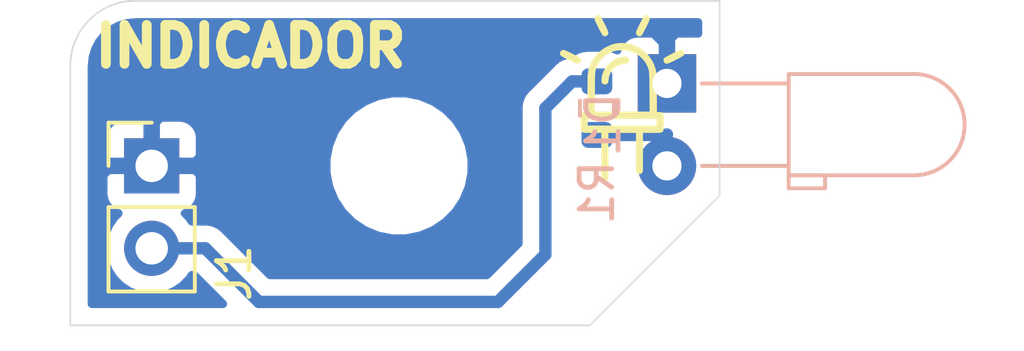
<source format=kicad_pcb>
(kicad_pcb (version 20171130) (host pcbnew 5.1.9-73d0e3b20d~88~ubuntu18.04.1)

  (general
    (thickness 1.6)
    (drawings 11)
    (tracks 13)
    (zones 0)
    (modules 5)
    (nets 4)
  )

  (page A4)
  (layers
    (0 F.Cu signal)
    (31 B.Cu signal)
    (32 B.Adhes user)
    (33 F.Adhes user)
    (34 B.Paste user)
    (35 F.Paste user)
    (36 B.SilkS user)
    (37 F.SilkS user)
    (38 B.Mask user)
    (39 F.Mask user)
    (40 Dwgs.User user)
    (41 Cmts.User user)
    (42 Eco1.User user)
    (43 Eco2.User user)
    (44 Edge.Cuts user)
    (45 Margin user)
    (46 B.CrtYd user)
    (47 F.CrtYd user)
    (48 B.Fab user)
    (49 F.Fab user)
  )

  (setup
    (last_trace_width 0.381)
    (user_trace_width 0.1524)
    (user_trace_width 0.254)
    (user_trace_width 0.381)
    (user_trace_width 0.508)
    (trace_clearance 0.2)
    (zone_clearance 0.508)
    (zone_45_only no)
    (trace_min 0.1524)
    (via_size 0.8)
    (via_drill 0.4)
    (via_min_size 0.4)
    (via_min_drill 0.3)
    (user_via 0.5 0.4)
    (uvia_size 0.3)
    (uvia_drill 0.1)
    (uvias_allowed no)
    (uvia_min_size 0.2)
    (uvia_min_drill 0.1)
    (edge_width 0.05)
    (segment_width 0.2)
    (pcb_text_width 0.3)
    (pcb_text_size 1.5 1.5)
    (mod_edge_width 0.12)
    (mod_text_size 1 1)
    (mod_text_width 0.15)
    (pad_size 1.524 1.524)
    (pad_drill 0.762)
    (pad_to_mask_clearance 0)
    (aux_axis_origin 0 0)
    (visible_elements FFFFFF7F)
    (pcbplotparams
      (layerselection 0x010fc_ffffffff)
      (usegerberextensions false)
      (usegerberattributes true)
      (usegerberadvancedattributes true)
      (creategerberjobfile true)
      (excludeedgelayer true)
      (linewidth 0.100000)
      (plotframeref false)
      (viasonmask false)
      (mode 1)
      (useauxorigin false)
      (hpglpennumber 1)
      (hpglpenspeed 20)
      (hpglpendiameter 15.000000)
      (psnegative false)
      (psa4output false)
      (plotreference true)
      (plotvalue false)
      (plotinvisibletext false)
      (padsonsilk false)
      (subtractmaskfromsilk false)
      (outputformat 1)
      (mirror false)
      (drillshape 0)
      (scaleselection 1)
      (outputdirectory "gerber/"))
  )

  (net 0 "")
  (net 1 "Net-(D1-Pad1)")
  (net 2 "Net-(D1-Pad2)")
  (net 3 "Net-(J1-Pad2)")

  (net_class Default "This is the default net class."
    (clearance 0.2)
    (trace_width 0.25)
    (via_dia 0.8)
    (via_drill 0.4)
    (uvia_dia 0.3)
    (uvia_drill 0.1)
    (add_net "Net-(D1-Pad1)")
    (add_net "Net-(D1-Pad2)")
    (add_net "Net-(J1-Pad2)")
  )

  (module graphics:logo (layer F.Cu) (tedit 0) (tstamp 604DB702)
    (at 118 43)
    (fp_text reference G*** (at 0 0) (layer F.SilkS) hide
      (effects (font (size 1.524 1.524) (thickness 0.3)))
    )
    (fp_text value LOGO (at 0.75 0) (layer F.SilkS) hide
      (effects (font (size 1.524 1.524) (thickness 0.3)))
    )
    (fp_poly (pts (xy 0.149882 -1.68773) (xy 0.271017 -1.662535) (xy 0.329332 -1.643038) (xy 0.397387 -1.614604)
      (xy 0.469022 -1.580292) (xy 0.538072 -1.54316) (xy 0.598376 -1.50627) (xy 0.628243 -1.485185)
      (xy 0.738425 -1.389318) (xy 0.83436 -1.28074) (xy 0.914987 -1.161287) (xy 0.979241 -1.032795)
      (xy 1.026061 -0.8971) (xy 1.054382 -0.756037) (xy 1.055485 -0.74732) (xy 1.057619 -0.719569)
      (xy 1.059575 -0.673797) (xy 1.06132 -0.611905) (xy 1.062824 -0.535794) (xy 1.064055 -0.447364)
      (xy 1.064983 -0.348516) (xy 1.065576 -0.241149) (xy 1.065803 -0.127166) (xy 1.065804 -0.1173)
      (xy 1.065804 0.428314) (xy 1.131044 0.428314) (xy 1.188322 0.432756) (xy 1.229427 0.44657)
      (xy 1.256136 0.47049) (xy 1.263081 0.48282) (xy 1.26756 0.502149) (xy 1.270955 0.538535)
      (xy 1.273299 0.592716) (xy 1.274627 0.665427) (xy 1.274981 0.743042) (xy 1.27477 0.820634)
      (xy 1.274036 0.880866) (xy 1.272628 0.926294) (xy 1.270395 0.959477) (xy 1.267186 0.982971)
      (xy 1.262851 0.999335) (xy 1.259378 1.007319) (xy 1.249767 1.0235) (xy 1.238014 1.036404)
      (xy 1.221907 1.046398) (xy 1.199231 1.053848) (xy 1.167774 1.059123) (xy 1.125321 1.062589)
      (xy 1.06966 1.064613) (xy 0.998577 1.065562) (xy 0.909858 1.065804) (xy 0.63749 1.065804)
      (xy 0.637453 1.660961) (xy 0.637422 1.784928) (xy 0.637314 1.89054) (xy 0.63708 1.979365)
      (xy 0.636674 2.052969) (xy 0.636046 2.11292) (xy 0.63515 2.160785) (xy 0.633936 2.19813)
      (xy 0.632358 2.226523) (xy 0.630368 2.247531) (xy 0.627916 2.262721) (xy 0.624957 2.27366)
      (xy 0.621441 2.281914) (xy 0.618303 2.287464) (xy 0.589033 2.318751) (xy 0.552047 2.334308)
      (xy 0.512057 2.333977) (xy 0.473776 2.317595) (xy 0.447898 2.293269) (xy 0.443844 2.287541)
      (xy 0.440391 2.28044) (xy 0.437492 2.270426) (xy 0.435097 2.255955) (xy 0.43316 2.235485)
      (xy 0.43163 2.207473) (xy 0.430462 2.170378) (xy 0.429605 2.122657) (xy 0.429012 2.062768)
      (xy 0.428635 1.989168) (xy 0.428425 1.900315) (xy 0.428334 1.794666) (xy 0.428314 1.67068)
      (xy 0.428314 1.065804) (xy -0.428313 1.065804) (xy -0.428313 1.767571) (xy -0.428406 1.913401)
      (xy -0.428694 2.040313) (xy -0.429193 2.149312) (xy -0.429922 2.241399) (xy -0.430895 2.317578)
      (xy -0.432129 2.378852) (xy -0.43364 2.426224) (xy -0.435446 2.460698) (xy -0.437562 2.483277)
      (xy -0.440005 2.494963) (xy -0.440213 2.495455) (xy -0.463474 2.524331) (xy -0.499495 2.543626)
      (xy -0.538383 2.549961) (xy -0.567996 2.543261) (xy -0.59831 2.521257) (xy -0.603623 2.516094)
      (xy -0.63749 2.482228) (xy -0.63749 1.065804) (xy -0.906751 1.065804) (xy -0.996062 1.065579)
      (xy -1.067667 1.064657) (xy -1.12378 1.062673) (xy -1.166615 1.059258) (xy -1.198385 1.054046)
      (xy -1.221304 1.046669) (xy -1.237584 1.036761) (xy -1.24944 1.023955) (xy -1.259085 1.007882)
      (xy -1.259377 1.007319) (xy -1.26484 0.986427) (xy -1.269265 0.949281) (xy -1.272642 0.899492)
      (xy -1.274963 0.840675) (xy -1.276218 0.776441) (xy -1.276397 0.710403) (xy -1.27549 0.646175)
      (xy -1.275195 0.63749) (xy -1.065804 0.63749) (xy -1.065804 0.846667) (xy 1.065804 0.846667)
      (xy 1.065804 0.63749) (xy -1.065804 0.63749) (xy -1.275195 0.63749) (xy -1.273487 0.587369)
      (xy -1.27038 0.537598) (xy -1.266158 0.500475) (xy -1.260812 0.479612) (xy -1.260786 0.479562)
      (xy -1.240453 0.453643) (xy -1.209556 0.437379) (xy -1.164905 0.429518) (xy -1.13008 0.428314)
      (xy -1.065804 0.428314) (xy -1.065804 0.418353) (xy -0.847392 0.418353) (xy 0.847527 0.418353)
      (xy 0.844277 -0.191745) (xy 0.843598 -0.320222) (xy 0.842942 -0.430513) (xy 0.842172 -0.524351)
      (xy 0.841153 -0.60347) (xy 0.839749 -0.669604) (xy 0.837824 -0.724487) (xy 0.835242 -0.769853)
      (xy 0.831866 -0.807437) (xy 0.827562 -0.838972) (xy 0.822192 -0.866193) (xy 0.815622 -0.890832)
      (xy 0.807714 -0.914625) (xy 0.798334 -0.939306) (xy 0.787345 -0.966608) (xy 0.782601 -0.978321)
      (xy 0.749628 -1.050046) (xy 0.710507 -1.11452) (xy 0.661349 -1.177397) (xy 0.602561 -1.240051)
      (xy 0.527307 -1.309048) (xy 0.452348 -1.363668) (xy 0.372143 -1.407104) (xy 0.281147 -1.442549)
      (xy 0.217932 -1.461622) (xy 0.171155 -1.470609) (xy 0.11021 -1.476659) (xy 0.040632 -1.479772)
      (xy -0.032043 -1.479946) (xy -0.102279 -1.477183) (xy -0.164541 -1.471483) (xy -0.213293 -1.462844)
      (xy -0.217932 -1.461622) (xy -0.318238 -1.429485) (xy -0.40437 -1.391306) (xy -0.481872 -1.343892)
      (xy -0.556287 -1.28405) (xy -0.602561 -1.240051) (xy -0.664689 -1.173523) (xy -0.713127 -1.11071)
      (xy -0.751764 -1.045958) (xy -0.782601 -0.978321) (xy -0.794287 -0.949455) (xy -0.804307 -0.923918)
      (xy -0.812795 -0.899976) (xy -0.819888 -0.875894) (xy -0.825722 -0.849938) (xy -0.830432 -0.820371)
      (xy -0.834156 -0.78546) (xy -0.837029 -0.74347) (xy -0.839187 -0.692666) (xy -0.840765 -0.631313)
      (xy -0.841901 -0.557676) (xy -0.84273 -0.470021) (xy -0.843389 -0.366612) (xy -0.844012 -0.245716)
      (xy -0.844284 -0.191745) (xy -0.847392 0.418353) (xy -1.065804 0.418353) (xy -1.065804 -0.1173)
      (xy -1.065683 -0.249715) (xy -1.065259 -0.364028) (xy -1.064436 -0.462057) (xy -1.063122 -0.545619)
      (xy -1.061222 -0.616533) (xy -1.058642 -0.676617) (xy -1.055289 -0.727688) (xy -1.051067 -0.771566)
      (xy -1.045884 -0.810068) (xy -1.039644 -0.845012) (xy -1.032255 -0.878216) (xy -1.024999 -0.906431)
      (xy -1.002894 -0.973791) (xy -0.971714 -1.049272) (xy -0.934897 -1.125493) (xy -0.895882 -1.195073)
      (xy -0.876551 -1.225172) (xy -0.831723 -1.284427) (xy -0.775775 -1.348175) (xy -0.714489 -1.410366)
      (xy -0.653645 -1.464944) (xy -0.628243 -1.485185) (xy -0.576304 -1.520426) (xy -0.511857 -1.557774)
      (xy -0.441067 -1.59417) (xy -0.370094 -1.626555) (xy -0.305103 -1.651869) (xy -0.271017 -1.662535)
      (xy -0.132383 -1.690126) (xy 0.008836 -1.698524) (xy 0.149882 -1.68773)) (layer F.SilkS) (width 0.01))
    (fp_poly (pts (xy -1.784184 -1.479568) (xy -1.750688 -1.466821) (xy -1.705866 -1.447443) (xy -1.652761 -1.422962)
      (xy -1.594414 -1.394906) (xy -1.533865 -1.364802) (xy -1.474157 -1.334179) (xy -1.418331 -1.304564)
      (xy -1.369429 -1.277485) (xy -1.330491 -1.254469) (xy -1.30456 -1.237046) (xy -1.29604 -1.229341)
      (xy -1.278516 -1.192775) (xy -1.27686 -1.152755) (xy -1.289879 -1.115184) (xy -1.316379 -1.085969)
      (xy -1.326229 -1.079998) (xy -1.34487 -1.071867) (xy -1.364072 -1.06776) (xy -1.386173 -1.068414)
      (xy -1.41351 -1.074563) (xy -1.448419 -1.086944) (xy -1.493239 -1.106294) (xy -1.550305 -1.133349)
      (xy -1.621956 -1.168844) (xy -1.644883 -1.180361) (xy -1.722515 -1.220119) (xy -1.787188 -1.254664)
      (xy -1.837626 -1.283271) (xy -1.872555 -1.305213) (xy -1.890698 -1.319765) (xy -1.891412 -1.320621)
      (xy -1.910031 -1.357998) (xy -1.911569 -1.396597) (xy -1.898176 -1.43243) (xy -1.872 -1.461508)
      (xy -1.835189 -1.479845) (xy -1.803313 -1.484157) (xy -1.784184 -1.479568)) (layer F.SilkS) (width 0.01))
    (fp_poly (pts (xy 1.846451 -1.476021) (xy 1.8805 -1.454272) (xy 1.903311 -1.422899) (xy 1.912737 -1.385889)
      (xy 1.906628 -1.347229) (xy 1.891411 -1.320619) (xy 1.87459 -1.306627) (xy 1.840699 -1.285184)
      (xy 1.79087 -1.256931) (xy 1.726236 -1.222509) (xy 1.647932 -1.182558) (xy 1.642474 -1.179825)
      (xy 1.563948 -1.140949) (xy 1.50079 -1.110888) (xy 1.45084 -1.089) (xy 1.411932 -1.074639)
      (xy 1.381904 -1.067164) (xy 1.358593 -1.06593) (xy 1.339835 -1.070294) (xy 1.323468 -1.079613)
      (xy 1.31848 -1.083456) (xy 1.289139 -1.117939) (xy 1.275993 -1.157945) (xy 1.279777 -1.1987)
      (xy 1.296041 -1.229341) (xy 1.311704 -1.24223) (xy 1.342385 -1.26172) (xy 1.385041 -1.286284)
      (xy 1.436631 -1.314394) (xy 1.494113 -1.344522) (xy 1.554447 -1.37514) (xy 1.61459 -1.404721)
      (xy 1.671501 -1.431737) (xy 1.722139 -1.454659) (xy 1.763463 -1.471961) (xy 1.79243 -1.482114)
      (xy 1.803314 -1.484157) (xy 1.846451 -1.476021)) (layer F.SilkS) (width 0.01))
    (fp_poly (pts (xy -0.709739 -2.544118) (xy -0.683129 -2.528901) (xy -0.670409 -2.51339) (xy -0.651058 -2.482874)
      (xy -0.626602 -2.440387) (xy -0.598569 -2.388965) (xy -0.568486 -2.331641) (xy -0.537881 -2.271452)
      (xy -0.508281 -2.211432) (xy -0.481213 -2.154615) (xy -0.458205 -2.104038) (xy -0.440784 -2.062734)
      (xy -0.430478 -2.033739) (xy -0.428313 -2.022591) (xy -0.436389 -1.979105) (xy -0.457996 -1.944773)
      (xy -0.489209 -1.921733) (xy -0.526101 -1.912123) (xy -0.564745 -1.918083) (xy -0.591851 -1.93353)
      (xy -0.60474 -1.949194) (xy -0.62423 -1.979874) (xy -0.648794 -2.02253) (xy -0.676904 -2.07412)
      (xy -0.707032 -2.131603) (xy -0.73765 -2.191936) (xy -0.767231 -2.252079) (xy -0.794247 -2.308991)
      (xy -0.817169 -2.359629) (xy -0.834471 -2.400952) (xy -0.844624 -2.42992) (xy -0.846666 -2.440804)
      (xy -0.838531 -2.483941) (xy -0.816782 -2.517989) (xy -0.785409 -2.540801) (xy -0.748399 -2.550225)
      (xy -0.709739 -2.544118)) (layer F.SilkS) (width 0.01))
    (fp_poly (pts (xy 0.79494 -2.535667) (xy 0.824019 -2.50949) (xy 0.842355 -2.472679) (xy 0.846667 -2.440804)
      (xy 0.842078 -2.421674) (xy 0.829331 -2.388178) (xy 0.809953 -2.343357) (xy 0.785472 -2.290251)
      (xy 0.757416 -2.231904) (xy 0.727313 -2.171355) (xy 0.696689 -2.111648) (xy 0.667074 -2.055822)
      (xy 0.639995 -2.006919) (xy 0.61698 -1.967982) (xy 0.599556 -1.94205) (xy 0.591852 -1.93353)
      (xy 0.554873 -1.916214) (xy 0.512847 -1.914868) (xy 0.479214 -1.926371) (xy 0.448783 -1.954056)
      (xy 0.431574 -1.99385) (xy 0.428667 -2.019632) (xy 0.433137 -2.039218) (xy 0.445779 -2.073154)
      (xy 0.465067 -2.11839) (xy 0.489477 -2.171873) (xy 0.517484 -2.230552) (xy 0.547563 -2.291375)
      (xy 0.57819 -2.351289) (xy 0.607839 -2.407244) (xy 0.634986 -2.456188) (xy 0.658105 -2.495068)
      (xy 0.675672 -2.520833) (xy 0.683129 -2.528901) (xy 0.720507 -2.54752) (xy 0.759107 -2.549059)
      (xy 0.79494 -2.535667)) (layer F.SilkS) (width 0.01))
    (fp_poly (pts (xy 0.114172 -1.272945) (xy 0.149374 -1.265035) (xy 0.181218 -1.242048) (xy 0.201558 -1.207714)
      (xy 0.209111 -1.167785) (xy 0.202592 -1.128015) (xy 0.186214 -1.099983) (xy 0.173191 -1.087226)
      (xy 0.157008 -1.078111) (xy 0.133104 -1.071158) (xy 0.096919 -1.064889) (xy 0.064194 -1.06042)
      (xy 0.013849 -1.052395) (xy -0.036425 -1.041893) (xy -0.07849 -1.030701) (xy -0.091993 -1.026134)
      (xy -0.183 -0.982154) (xy -0.26037 -0.92387) (xy -0.323655 -0.851913) (xy -0.372407 -0.766911)
      (xy -0.406177 -0.669491) (xy -0.424518 -0.560284) (xy -0.424558 -0.559842) (xy -0.429291 -0.518353)
      (xy -0.435667 -0.490806) (xy -0.445665 -0.47122) (xy -0.459017 -0.455842) (xy -0.493751 -0.434288)
      (xy -0.535749 -0.42834) (xy -0.579217 -0.438561) (xy -0.588801 -0.443251) (xy -0.614449 -0.464624)
      (xy -0.629863 -0.496759) (xy -0.635822 -0.542266) (xy -0.633938 -0.59456) (xy -0.614905 -0.704147)
      (xy -0.57744 -0.810792) (xy -0.523021 -0.912238) (xy -0.453125 -1.006226) (xy -0.369229 -1.090498)
      (xy -0.272813 -1.162795) (xy -0.254792 -1.17403) (xy -0.197184 -1.204145) (xy -0.132502 -1.230051)
      (xy -0.064886 -1.250816) (xy 0.001525 -1.265508) (xy 0.062591 -1.273195) (xy 0.114172 -1.272945)) (layer F.SilkS) (width 0.01))
  )

  (module MountingHole:MountingHole_3.2mm_M3 (layer F.Cu) (tedit 56D1B4CB) (tstamp 604DB46E)
    (at 111.125 45.085)
    (descr "Mounting Hole 3.2mm, no annular, M3")
    (tags "mounting hole 3.2mm no annular m3")
    (attr virtual)
    (fp_text reference REF** (at 0 -4.2) (layer F.SilkS) hide
      (effects (font (size 1 1) (thickness 0.15)))
    )
    (fp_text value MountingHole_3.2mm_M3 (at 0 4.2) (layer F.Fab)
      (effects (font (size 1 1) (thickness 0.15)))
    )
    (fp_text user %R (at 0.3 0) (layer F.Fab)
      (effects (font (size 1 1) (thickness 0.15)))
    )
    (fp_circle (center 0 0) (end 3.2 0) (layer Cmts.User) (width 0.15))
    (fp_circle (center 0 0) (end 3.45 0) (layer F.CrtYd) (width 0.05))
    (pad 1 np_thru_hole circle (at 0 0) (size 3.2 3.2) (drill 3.2) (layers *.Cu *.Mask))
  )

  (module Connector_PinHeader_2.54mm:PinHeader_1x02_P2.54mm_Vertical (layer F.Cu) (tedit 59FED5CC) (tstamp 604DB205)
    (at 103.505 45.085)
    (descr "Through hole straight pin header, 1x02, 2.54mm pitch, single row")
    (tags "Through hole pin header THT 1x02 2.54mm single row")
    (path /604E7643)
    (fp_text reference J1 (at 2.54 3.302 90) (layer F.SilkS)
      (effects (font (size 1 1) (thickness 0.15)))
    )
    (fp_text value Conn_01x02 (at 0 4.87) (layer F.Fab)
      (effects (font (size 1 1) (thickness 0.15)))
    )
    (fp_line (start 1.8 -1.8) (end -1.8 -1.8) (layer F.CrtYd) (width 0.05))
    (fp_line (start 1.8 4.35) (end 1.8 -1.8) (layer F.CrtYd) (width 0.05))
    (fp_line (start -1.8 4.35) (end 1.8 4.35) (layer F.CrtYd) (width 0.05))
    (fp_line (start -1.8 -1.8) (end -1.8 4.35) (layer F.CrtYd) (width 0.05))
    (fp_line (start -1.33 -1.33) (end 0 -1.33) (layer F.SilkS) (width 0.12))
    (fp_line (start -1.33 0) (end -1.33 -1.33) (layer F.SilkS) (width 0.12))
    (fp_line (start -1.33 1.27) (end 1.33 1.27) (layer F.SilkS) (width 0.12))
    (fp_line (start 1.33 1.27) (end 1.33 3.87) (layer F.SilkS) (width 0.12))
    (fp_line (start -1.33 1.27) (end -1.33 3.87) (layer F.SilkS) (width 0.12))
    (fp_line (start -1.33 3.87) (end 1.33 3.87) (layer F.SilkS) (width 0.12))
    (fp_line (start -1.27 -0.635) (end -0.635 -1.27) (layer F.Fab) (width 0.1))
    (fp_line (start -1.27 3.81) (end -1.27 -0.635) (layer F.Fab) (width 0.1))
    (fp_line (start 1.27 3.81) (end -1.27 3.81) (layer F.Fab) (width 0.1))
    (fp_line (start 1.27 -1.27) (end 1.27 3.81) (layer F.Fab) (width 0.1))
    (fp_line (start -0.635 -1.27) (end 1.27 -1.27) (layer F.Fab) (width 0.1))
    (fp_text user %R (at 0 1.27 90) (layer F.Fab)
      (effects (font (size 1 1) (thickness 0.15)))
    )
    (pad 1 thru_hole rect (at 0 0) (size 1.7 1.7) (drill 1) (layers *.Cu *.Mask)
      (net 1 "Net-(D1-Pad1)"))
    (pad 2 thru_hole oval (at 0 2.54) (size 1.7 1.7) (drill 1) (layers *.Cu *.Mask)
      (net 3 "Net-(J1-Pad2)"))
    (model ${KISYS3DMOD}/Connector_PinHeader_2.54mm.3dshapes/PinHeader_1x02_P2.54mm_Vertical.wrl
      (at (xyz 0 0 0))
      (scale (xyz 1 1 1))
      (rotate (xyz 0 0 0))
    )
  )

  (module Resistor_SMD:R_0603_1608Metric (layer B.Cu) (tedit 5F68FEEE) (tstamp 604DB216)
    (at 117.221 43.307 90)
    (descr "Resistor SMD 0603 (1608 Metric), square (rectangular) end terminal, IPC_7351 nominal, (Body size source: IPC-SM-782 page 72, https://www.pcb-3d.com/wordpress/wp-content/uploads/ipc-sm-782a_amendment_1_and_2.pdf), generated with kicad-footprint-generator")
    (tags resistor)
    (path /604E6E78)
    (attr smd)
    (fp_text reference R1 (at -2.6035 0 270) (layer B.SilkS)
      (effects (font (size 1 1) (thickness 0.15)) (justify mirror))
    )
    (fp_text value R_US (at 0 -1.43 270) (layer B.Fab)
      (effects (font (size 1 1) (thickness 0.15)) (justify mirror))
    )
    (fp_line (start 1.48 -0.73) (end -1.48 -0.73) (layer B.CrtYd) (width 0.05))
    (fp_line (start 1.48 0.73) (end 1.48 -0.73) (layer B.CrtYd) (width 0.05))
    (fp_line (start -1.48 0.73) (end 1.48 0.73) (layer B.CrtYd) (width 0.05))
    (fp_line (start -1.48 -0.73) (end -1.48 0.73) (layer B.CrtYd) (width 0.05))
    (fp_line (start -0.237258 -0.5225) (end 0.237258 -0.5225) (layer B.SilkS) (width 0.12))
    (fp_line (start -0.237258 0.5225) (end 0.237258 0.5225) (layer B.SilkS) (width 0.12))
    (fp_line (start 0.8 -0.4125) (end -0.8 -0.4125) (layer B.Fab) (width 0.1))
    (fp_line (start 0.8 0.4125) (end 0.8 -0.4125) (layer B.Fab) (width 0.1))
    (fp_line (start -0.8 0.4125) (end 0.8 0.4125) (layer B.Fab) (width 0.1))
    (fp_line (start -0.8 -0.4125) (end -0.8 0.4125) (layer B.Fab) (width 0.1))
    (fp_text user %R (at 0 0 270) (layer B.Fab)
      (effects (font (size 0.4 0.4) (thickness 0.06)) (justify mirror))
    )
    (pad 1 smd roundrect (at -0.825 0 90) (size 0.8 0.95) (layers B.Cu B.Paste B.Mask) (roundrect_rratio 0.25)
      (net 2 "Net-(D1-Pad2)"))
    (pad 2 smd roundrect (at 0.825 0 90) (size 0.8 0.95) (layers B.Cu B.Paste B.Mask) (roundrect_rratio 0.25)
      (net 3 "Net-(J1-Pad2)"))
    (model ${KISYS3DMOD}/Resistor_SMD.3dshapes/R_0603_1608Metric.wrl
      (at (xyz 0 0 0))
      (scale (xyz 1 1 1))
      (rotate (xyz 0 0 0))
    )
  )

  (module LED_THT:LED_D3.0mm_Horizontal_O3.81mm_Z2.0mm (layer B.Cu) (tedit 5880A862) (tstamp 604DB82F)
    (at 119.38 42.545 270)
    (descr "LED, diameter 3.0mm z-position of LED center 2.0mm, 2 pins, diameter 3.0mm z-position of LED center 2.0mm, 2 pins")
    (tags "LED diameter 3.0mm z-position of LED center 2.0mm 2 pins diameter 3.0mm z-position of LED center 2.0mm 2 pins")
    (path /604E5B88)
    (fp_text reference D1 (at 1.27 1.96 90) (layer B.SilkS)
      (effects (font (size 1 1) (thickness 0.15)) (justify mirror))
    )
    (fp_text value LED (at 1.27 -10.17 90) (layer B.Fab)
      (effects (font (size 1 1) (thickness 0.15)) (justify mirror))
    )
    (fp_line (start 3.75 1.25) (end -1.25 1.25) (layer B.CrtYd) (width 0.05))
    (fp_line (start 3.75 -9.45) (end 3.75 1.25) (layer B.CrtYd) (width 0.05))
    (fp_line (start -1.25 -9.45) (end 3.75 -9.45) (layer B.CrtYd) (width 0.05))
    (fp_line (start -1.25 1.25) (end -1.25 -9.45) (layer B.CrtYd) (width 0.05))
    (fp_line (start 2.54 -1.08) (end 2.54 -1.08) (layer B.SilkS) (width 0.12))
    (fp_line (start 2.54 -3.75) (end 2.54 -1.08) (layer B.SilkS) (width 0.12))
    (fp_line (start 2.54 -3.75) (end 2.54 -3.75) (layer B.SilkS) (width 0.12))
    (fp_line (start 2.54 -1.08) (end 2.54 -3.75) (layer B.SilkS) (width 0.12))
    (fp_line (start 0 -1.08) (end 0 -1.08) (layer B.SilkS) (width 0.12))
    (fp_line (start 0 -3.75) (end 0 -1.08) (layer B.SilkS) (width 0.12))
    (fp_line (start 0 -3.75) (end 0 -3.75) (layer B.SilkS) (width 0.12))
    (fp_line (start 0 -1.08) (end 0 -3.75) (layer B.SilkS) (width 0.12))
    (fp_line (start 2.83 -3.75) (end 3.23 -3.75) (layer B.SilkS) (width 0.12))
    (fp_line (start 2.83 -4.87) (end 2.83 -3.75) (layer B.SilkS) (width 0.12))
    (fp_line (start 3.23 -4.87) (end 2.83 -4.87) (layer B.SilkS) (width 0.12))
    (fp_line (start 3.23 -3.75) (end 3.23 -4.87) (layer B.SilkS) (width 0.12))
    (fp_line (start -0.29 -3.75) (end 2.83 -3.75) (layer B.SilkS) (width 0.12))
    (fp_line (start 2.83 -3.75) (end 2.83 -7.61) (layer B.SilkS) (width 0.12))
    (fp_line (start -0.29 -3.75) (end -0.29 -7.61) (layer B.SilkS) (width 0.12))
    (fp_line (start 2.54 0) (end 2.54 0) (layer B.Fab) (width 0.1))
    (fp_line (start 2.54 -3.81) (end 2.54 0) (layer B.Fab) (width 0.1))
    (fp_line (start 2.54 -3.81) (end 2.54 -3.81) (layer B.Fab) (width 0.1))
    (fp_line (start 2.54 0) (end 2.54 -3.81) (layer B.Fab) (width 0.1))
    (fp_line (start 0 0) (end 0 0) (layer B.Fab) (width 0.1))
    (fp_line (start 0 -3.81) (end 0 0) (layer B.Fab) (width 0.1))
    (fp_line (start 0 -3.81) (end 0 -3.81) (layer B.Fab) (width 0.1))
    (fp_line (start 0 0) (end 0 -3.81) (layer B.Fab) (width 0.1))
    (fp_line (start 2.77 -3.81) (end 3.17 -3.81) (layer B.Fab) (width 0.1))
    (fp_line (start 2.77 -4.81) (end 2.77 -3.81) (layer B.Fab) (width 0.1))
    (fp_line (start 3.17 -4.81) (end 2.77 -4.81) (layer B.Fab) (width 0.1))
    (fp_line (start 3.17 -3.81) (end 3.17 -4.81) (layer B.Fab) (width 0.1))
    (fp_line (start -0.23 -3.81) (end 2.77 -3.81) (layer B.Fab) (width 0.1))
    (fp_line (start 2.77 -3.81) (end 2.77 -7.61) (layer B.Fab) (width 0.1))
    (fp_line (start -0.23 -3.81) (end -0.23 -7.61) (layer B.Fab) (width 0.1))
    (fp_arc (start 1.27 -7.61) (end -0.23 -7.61) (angle 180) (layer B.Fab) (width 0.1))
    (fp_arc (start 1.27 -7.61) (end -0.29 -7.61) (angle 180) (layer B.SilkS) (width 0.12))
    (pad 1 thru_hole rect (at 0 0 270) (size 1.8 1.8) (drill 0.9) (layers *.Cu *.Mask)
      (net 1 "Net-(D1-Pad1)"))
    (pad 2 thru_hole circle (at 2.54 0 270) (size 1.8 1.8) (drill 0.9) (layers *.Cu *.Mask)
      (net 2 "Net-(D1-Pad2)"))
    (model ${KISYS3DMOD}/LED_THT.3dshapes/LED_D3.0mm_Horizontal_O3.81mm_Z2.0mm.wrl
      (at (xyz 0 0 0))
      (scale (xyz 1 1 1))
      (rotate (xyz 0 0 0))
    )
  )

  (gr_line (start 115 47) (end 115 42) (layer Dwgs.User) (width 0.15) (tstamp 604DB6CF))
  (gr_line (start 120 47) (end 115 47) (layer Dwgs.User) (width 0.15))
  (gr_line (start 120 42) (end 120 47) (layer Dwgs.User) (width 0.15))
  (gr_line (start 115 42) (end 120 42) (layer Dwgs.User) (width 0.15))
  (gr_text INDICADOR (at 106.553 41.402) (layer F.SilkS)
    (effects (font (size 1.2 1.2) (thickness 0.3)))
  )
  (gr_line (start 121 46) (end 117 50) (layer Edge.Cuts) (width 0.05))
  (gr_arc (start 103 42) (end 103 40) (angle -90) (layer Edge.Cuts) (width 0.05))
  (gr_line (start 101 50) (end 101 42) (layer Edge.Cuts) (width 0.05) (tstamp 604DB2A6))
  (gr_line (start 117 50) (end 101 50) (layer Edge.Cuts) (width 0.05))
  (gr_line (start 121 40) (end 121 46) (layer Edge.Cuts) (width 0.05))
  (gr_line (start 103 40) (end 121 40) (layer Edge.Cuts) (width 0.05))

  (segment (start 102.87 45.085) (end 102.87 44.6405) (width 0.381) (layer B.Cu) (net 1))
  (segment (start 106.7435 40.767) (end 118.8085 40.767) (width 0.381) (layer B.Cu) (net 1))
  (segment (start 119.38 41.3385) (end 119.38 42.2425) (width 0.381) (layer B.Cu) (net 1))
  (segment (start 118.8085 40.767) (end 119.38 41.3385) (width 0.381) (layer B.Cu) (net 1))
  (segment (start 119.3655 44.132) (end 119.38 44.1175) (width 0.381) (layer B.Cu) (net 2))
  (segment (start 117.221 44.132) (end 119.3655 44.132) (width 0.381) (layer B.Cu) (net 2))
  (segment (start 105.156 47.625) (end 102.87 47.625) (width 0.381) (layer B.Cu) (net 3))
  (segment (start 117.221 42.482) (end 116.4585 42.482) (width 0.381) (layer B.Cu) (net 3))
  (segment (start 115.6335 43.307) (end 115.6335 47.8155) (width 0.381) (layer B.Cu) (net 3))
  (segment (start 116.4585 42.482) (end 115.6335 43.307) (width 0.381) (layer B.Cu) (net 3))
  (segment (start 115.6335 47.8155) (end 114.173 49.276) (width 0.381) (layer B.Cu) (net 3))
  (segment (start 114.173 49.276) (end 106.807 49.276) (width 0.381) (layer B.Cu) (net 3))
  (segment (start 106.807 49.276) (end 105.156 47.625) (width 0.381) (layer B.Cu) (net 3))

  (zone (net 1) (net_name "Net-(D1-Pad1)") (layer B.Cu) (tstamp 604DB769) (hatch edge 0.508)
    (connect_pads (clearance 0.508))
    (min_thickness 0.254)
    (fill yes (arc_segments 32) (thermal_gap 0.508) (thermal_bridge_width 0.508))
    (polygon
      (pts
        (xy 120.65 45.974) (xy 116.84 49.784) (xy 101.092 49.784) (xy 101.346 41.148) (xy 102.108 40.386)
        (xy 102.87 40.132) (xy 120.904 40.132)
      )
    )
    (filled_polygon
      (pts
        (xy 120.34 41.012837) (xy 120.28 41.006928) (xy 119.66575 41.01) (xy 119.507 41.16875) (xy 119.507 42.418)
        (xy 119.527 42.418) (xy 119.527 42.672) (xy 119.507 42.672) (xy 119.507 42.692) (xy 119.253 42.692)
        (xy 119.253 42.672) (xy 119.233 42.672) (xy 119.233 42.418) (xy 119.253 42.418) (xy 119.253 41.16875)
        (xy 119.09425 41.01) (xy 118.48 41.006928) (xy 118.355518 41.019188) (xy 118.23582 41.055498) (xy 118.125506 41.114463)
        (xy 118.028815 41.193815) (xy 117.949463 41.290506) (xy 117.890498 41.40082) (xy 117.854188 41.520518) (xy 117.853511 41.52739)
        (xy 117.816716 41.507722) (xy 117.6595 41.460031) (xy 117.496 41.443928) (xy 116.946 41.443928) (xy 116.7825 41.460031)
        (xy 116.625284 41.507722) (xy 116.480392 41.585169) (xy 116.390138 41.659239) (xy 116.296674 41.668444) (xy 116.141066 41.715647)
        (xy 115.997657 41.792301) (xy 115.936096 41.842823) (xy 115.871959 41.895459) (xy 115.846106 41.926961) (xy 115.078466 42.694602)
        (xy 115.046959 42.720459) (xy 114.982147 42.799434) (xy 114.943801 42.846158) (xy 114.895838 42.93589) (xy 114.867147 42.989567)
        (xy 114.819944 43.145175) (xy 114.817332 43.171699) (xy 114.804006 43.307) (xy 114.808 43.347551) (xy 114.808001 47.473565)
        (xy 113.831068 48.4505) (xy 107.148934 48.4505) (xy 105.768398 47.069966) (xy 105.742541 47.038459) (xy 105.616842 46.935301)
        (xy 105.473434 46.858647) (xy 105.317826 46.811444) (xy 105.196553 46.7995) (xy 105.19655 46.7995) (xy 105.156 46.795506)
        (xy 105.11545 46.7995) (xy 104.739413 46.7995) (xy 104.658475 46.678368) (xy 104.52662 46.546513) (xy 104.59918 46.524502)
        (xy 104.709494 46.465537) (xy 104.806185 46.386185) (xy 104.885537 46.289494) (xy 104.944502 46.17918) (xy 104.980812 46.059482)
        (xy 104.993072 45.935) (xy 104.99 45.37075) (xy 104.83125 45.212) (xy 103.632 45.212) (xy 103.632 45.232)
        (xy 103.378 45.232) (xy 103.378 45.212) (xy 102.17875 45.212) (xy 102.02 45.37075) (xy 102.016928 45.935)
        (xy 102.029188 46.059482) (xy 102.065498 46.17918) (xy 102.124463 46.289494) (xy 102.203815 46.386185) (xy 102.300506 46.465537)
        (xy 102.41082 46.524502) (xy 102.48338 46.546513) (xy 102.351525 46.678368) (xy 102.18901 46.921589) (xy 102.077068 47.191842)
        (xy 102.02 47.47874) (xy 102.02 47.77126) (xy 102.077068 48.058158) (xy 102.18901 48.328411) (xy 102.351525 48.571632)
        (xy 102.558368 48.778475) (xy 102.801589 48.94099) (xy 103.071842 49.052932) (xy 103.35874 49.11) (xy 103.65126 49.11)
        (xy 103.938158 49.052932) (xy 104.208411 48.94099) (xy 104.451632 48.778475) (xy 104.658475 48.571632) (xy 104.739413 48.4505)
        (xy 104.814068 48.4505) (xy 105.703567 49.34) (xy 101.66 49.34) (xy 101.66 44.235) (xy 102.016928 44.235)
        (xy 102.02 44.79925) (xy 102.17875 44.958) (xy 103.378 44.958) (xy 103.378 43.75875) (xy 103.632 43.75875)
        (xy 103.632 44.958) (xy 104.83125 44.958) (xy 104.924378 44.864872) (xy 108.89 44.864872) (xy 108.89 45.305128)
        (xy 108.97589 45.736925) (xy 109.144369 46.143669) (xy 109.388962 46.509729) (xy 109.700271 46.821038) (xy 110.066331 47.065631)
        (xy 110.473075 47.23411) (xy 110.904872 47.32) (xy 111.345128 47.32) (xy 111.776925 47.23411) (xy 112.183669 47.065631)
        (xy 112.549729 46.821038) (xy 112.861038 46.509729) (xy 113.105631 46.143669) (xy 113.27411 45.736925) (xy 113.36 45.305128)
        (xy 113.36 44.864872) (xy 113.27411 44.433075) (xy 113.105631 44.026331) (xy 112.861038 43.660271) (xy 112.549729 43.348962)
        (xy 112.183669 43.104369) (xy 111.776925 42.93589) (xy 111.345128 42.85) (xy 110.904872 42.85) (xy 110.473075 42.93589)
        (xy 110.066331 43.104369) (xy 109.700271 43.348962) (xy 109.388962 43.660271) (xy 109.144369 44.026331) (xy 108.97589 44.433075)
        (xy 108.89 44.864872) (xy 104.924378 44.864872) (xy 104.99 44.79925) (xy 104.993072 44.235) (xy 104.980812 44.110518)
        (xy 104.944502 43.99082) (xy 104.885537 43.880506) (xy 104.806185 43.783815) (xy 104.709494 43.704463) (xy 104.59918 43.645498)
        (xy 104.479482 43.609188) (xy 104.355 43.596928) (xy 103.79075 43.6) (xy 103.632 43.75875) (xy 103.378 43.75875)
        (xy 103.21925 43.6) (xy 102.655 43.596928) (xy 102.530518 43.609188) (xy 102.41082 43.645498) (xy 102.300506 43.704463)
        (xy 102.203815 43.783815) (xy 102.124463 43.880506) (xy 102.065498 43.99082) (xy 102.029188 44.110518) (xy 102.016928 44.235)
        (xy 101.66 44.235) (xy 101.66 42.032279) (xy 101.688625 41.740341) (xy 101.764035 41.490571) (xy 101.886522 41.260208)
        (xy 102.051422 41.05802) (xy 102.25245 40.891714) (xy 102.481954 40.767622) (xy 102.731195 40.690469) (xy 103.021088 40.66)
        (xy 120.34 40.66)
      )
    )
  )
)

</source>
